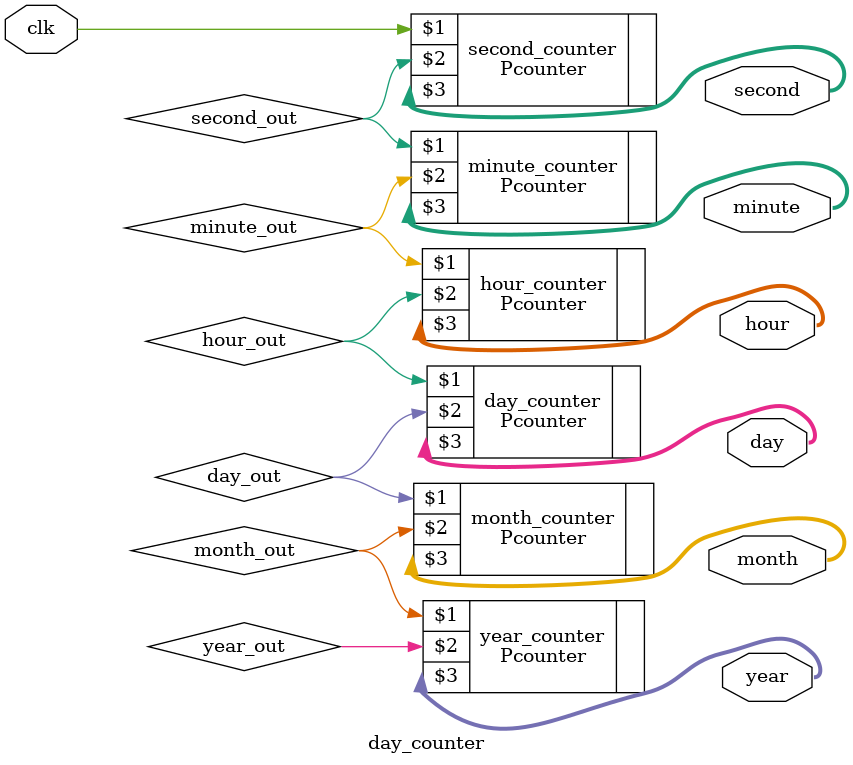
<source format=v>
module day_counter(clk, year, month, day, hour, minute, second);

input clk;

output [4:0] day;
output [3:0] month;
output [5:0] second, minute;
output [4:0] hour;
output [5:0] year;

wire second_out, minute_out, hour_out, day_out, month_out, year_out;

defparam second_counter.max_number = 59;
Pcounter second_counter(clk, second_out , second);

defparam minute_counter.max_number = 59;
Pcounter minute_counter(second_out, minute_out , minute);

defparam hour_counter.max_number = 23;
Pcounter hour_counter(minute_out, hour_out , hour);

defparam day_counter.max_number = 30;
Pcounter day_counter(hour_out, day_out , day);

defparam month_counter.max_number = 12;
Pcounter month_counter(day_out, month_out , month);

defparam year_counter.max_number = 63;
Pcounter year_counter(month_out, year_out , year);


always @(posedge clk) begin
$monitor ("%d : %d : %d : %d : %d : %d", year, month, day, hour, minute, second);
end
endmodule

</source>
